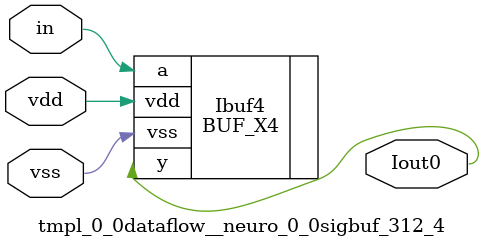
<source format=v>
module tmpl_0_0dataflow__neuro_0_0sigbuf_312_4(in, Iout0 , vdd, vss); 
   input vdd;
   input vss;
   input in;
   

// -- signals ---
   output Iout0 ;
   wire in;

// --- instances
BUF_X4 Ibuf4  (.y(Iout0 ), .a(in), .vdd(vdd), .vss(vss));
endmodule
</source>
